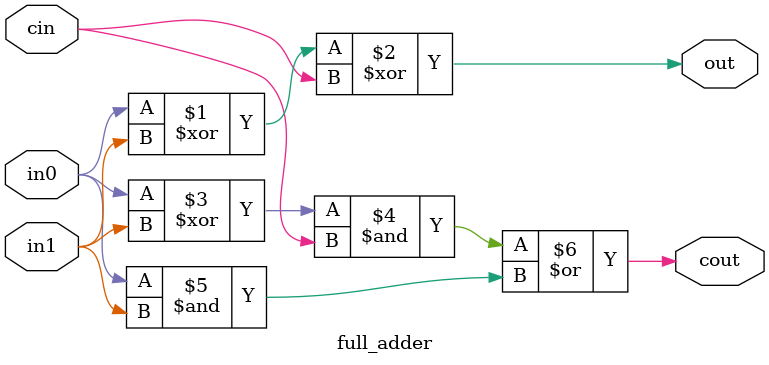
<source format=v>
`timescale 1ns / 1ps


module full_adder(in0, in1, cin, out, cout);
	
	input in0, in1, cin;
	output out, cout;

	assign out = in0 ^ in1 ^ cin;
	assign cout = ((in0 ^ in1) & cin) | (in0 & in1);

endmodule

</source>
